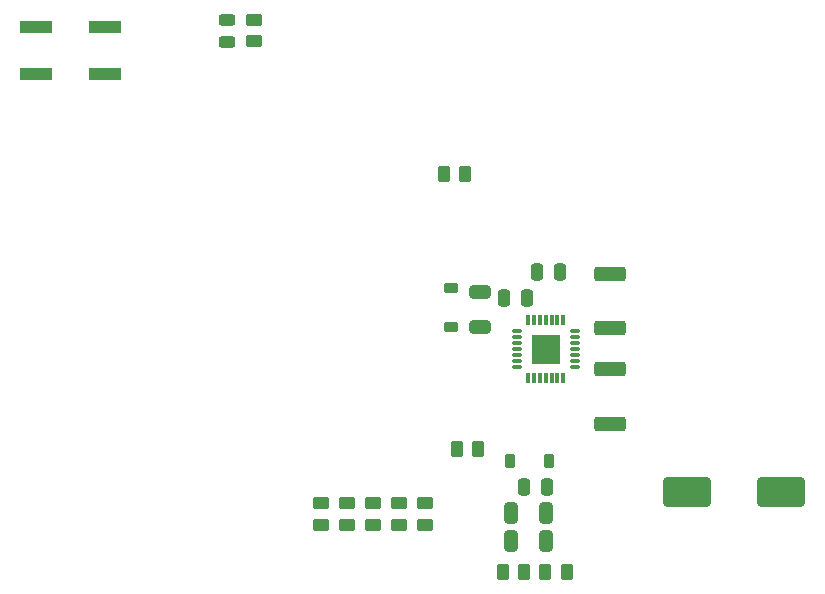
<source format=gbr>
%TF.GenerationSoftware,KiCad,Pcbnew,(7.0.0-0)*%
%TF.CreationDate,2023-04-23T15:23:44+02:00*%
%TF.ProjectId,tmc2209_devboard,746d6332-3230-4395-9f64-6576626f6172,rev?*%
%TF.SameCoordinates,Original*%
%TF.FileFunction,Paste,Top*%
%TF.FilePolarity,Positive*%
%FSLAX46Y46*%
G04 Gerber Fmt 4.6, Leading zero omitted, Abs format (unit mm)*
G04 Created by KiCad (PCBNEW (7.0.0-0)) date 2023-04-23 15:23:44*
%MOMM*%
%LPD*%
G01*
G04 APERTURE LIST*
G04 Aperture macros list*
%AMRoundRect*
0 Rectangle with rounded corners*
0 $1 Rounding radius*
0 $2 $3 $4 $5 $6 $7 $8 $9 X,Y pos of 4 corners*
0 Add a 4 corners polygon primitive as box body*
4,1,4,$2,$3,$4,$5,$6,$7,$8,$9,$2,$3,0*
0 Add four circle primitives for the rounded corners*
1,1,$1+$1,$2,$3*
1,1,$1+$1,$4,$5*
1,1,$1+$1,$6,$7*
1,1,$1+$1,$8,$9*
0 Add four rect primitives between the rounded corners*
20,1,$1+$1,$2,$3,$4,$5,0*
20,1,$1+$1,$4,$5,$6,$7,0*
20,1,$1+$1,$6,$7,$8,$9,0*
20,1,$1+$1,$8,$9,$2,$3,0*%
G04 Aperture macros list end*
%ADD10C,0.010000*%
%ADD11RoundRect,0.250000X0.450000X-0.262500X0.450000X0.262500X-0.450000X0.262500X-0.450000X-0.262500X0*%
%ADD12RoundRect,0.250000X-0.250000X-0.475000X0.250000X-0.475000X0.250000X0.475000X-0.250000X0.475000X0*%
%ADD13RoundRect,0.250000X0.262500X0.450000X-0.262500X0.450000X-0.262500X-0.450000X0.262500X-0.450000X0*%
%ADD14R,2.800000X1.000000*%
%ADD15RoundRect,0.250000X-1.750000X-1.000000X1.750000X-1.000000X1.750000X1.000000X-1.750000X1.000000X0*%
%ADD16RoundRect,0.225000X0.225000X0.375000X-0.225000X0.375000X-0.225000X-0.375000X0.225000X-0.375000X0*%
%ADD17RoundRect,0.250000X0.650000X-0.325000X0.650000X0.325000X-0.650000X0.325000X-0.650000X-0.325000X0*%
%ADD18RoundRect,0.250000X-0.262500X-0.450000X0.262500X-0.450000X0.262500X0.450000X-0.262500X0.450000X0*%
%ADD19RoundRect,0.250000X0.325000X0.650000X-0.325000X0.650000X-0.325000X-0.650000X0.325000X-0.650000X0*%
%ADD20RoundRect,0.250000X-1.075000X0.362500X-1.075000X-0.362500X1.075000X-0.362500X1.075000X0.362500X0*%
%ADD21RoundRect,0.008100X-0.126900X0.396900X-0.126900X-0.396900X0.126900X-0.396900X0.126900X0.396900X0*%
%ADD22RoundRect,0.027000X-0.378000X0.108000X-0.378000X-0.108000X0.378000X-0.108000X0.378000X0.108000X0*%
%ADD23RoundRect,0.250000X0.250000X0.475000X-0.250000X0.475000X-0.250000X-0.475000X0.250000X-0.475000X0*%
%ADD24RoundRect,0.243750X0.456250X-0.243750X0.456250X0.243750X-0.456250X0.243750X-0.456250X-0.243750X0*%
%ADD25RoundRect,0.225000X0.375000X-0.225000X0.375000X0.225000X-0.375000X0.225000X-0.375000X-0.225000X0*%
%ADD26RoundRect,0.250000X1.075000X-0.362500X1.075000X0.362500X-1.075000X0.362500X-1.075000X-0.362500X0*%
G04 APERTURE END LIST*
%TO.C,U1*%
G36*
X89502500Y-52920000D02*
G01*
X87162500Y-52920000D01*
X87162500Y-50580000D01*
X89502500Y-50580000D01*
X89502500Y-52920000D01*
G37*
D10*
X89502500Y-52920000D02*
X87162500Y-52920000D01*
X87162500Y-50580000D01*
X89502500Y-50580000D01*
X89502500Y-52920000D01*
%TD*%
D11*
%TO.C,R4*%
X63600000Y-25712500D03*
X63600000Y-23887500D03*
%TD*%
D12*
%TO.C,C1*%
X86525000Y-63400000D03*
X88425000Y-63400000D03*
%TD*%
D11*
%TO.C,R5*%
X69300000Y-66625000D03*
X69300000Y-64800000D03*
%TD*%
D13*
%TO.C,R1*%
X90112500Y-70600000D03*
X88287500Y-70600000D03*
%TD*%
D14*
%TO.C,SW1*%
X45199999Y-24499999D03*
X50999999Y-24499999D03*
X45199999Y-28499999D03*
X50999999Y-28499999D03*
%TD*%
D15*
%TO.C,C4*%
X108300000Y-63900000D03*
X100300000Y-63900000D03*
%TD*%
D11*
%TO.C,R9*%
X78100000Y-66625000D03*
X78100000Y-64800000D03*
%TD*%
D16*
%TO.C,D1*%
X88600000Y-61200000D03*
X85300000Y-61200000D03*
%TD*%
D13*
%TO.C,R13*%
X82612500Y-60200000D03*
X80787500Y-60200000D03*
%TD*%
D17*
%TO.C,C8*%
X82782500Y-49875000D03*
X82782500Y-46925000D03*
%TD*%
D18*
%TO.C,R10*%
X79687500Y-36900000D03*
X81512500Y-36900000D03*
%TD*%
D19*
%TO.C,C3*%
X88350000Y-68000000D03*
X85400000Y-68000000D03*
%TD*%
D20*
%TO.C,R12*%
X93817500Y-45375000D03*
X93817500Y-50000000D03*
%TD*%
D11*
%TO.C,R7*%
X73700000Y-66625000D03*
X73700000Y-64800000D03*
%TD*%
%TO.C,R6*%
X71500000Y-66625000D03*
X71500000Y-64800000D03*
%TD*%
D12*
%TO.C,C6*%
X87632500Y-45250000D03*
X89532500Y-45250000D03*
%TD*%
D21*
%TO.C,U1*%
X89832500Y-49300000D03*
X89332500Y-49300000D03*
X88832500Y-49300000D03*
X88332500Y-49300000D03*
X87832500Y-49300000D03*
X87332500Y-49300000D03*
X86832500Y-49300000D03*
D22*
X85882500Y-50250000D03*
X85882500Y-50750000D03*
X85882500Y-51250000D03*
X85882500Y-51750000D03*
X85882500Y-52250000D03*
X85882500Y-52750000D03*
X85882500Y-53250000D03*
D21*
X86832500Y-54200000D03*
X87332500Y-54200000D03*
X87832500Y-54200000D03*
X88332500Y-54200000D03*
X88832500Y-54200000D03*
X89332500Y-54200000D03*
X89832500Y-54200000D03*
D22*
X90782500Y-53250000D03*
X90782500Y-52750000D03*
X90782500Y-52250000D03*
X90782500Y-51750000D03*
X90782500Y-51250000D03*
X90782500Y-50750000D03*
X90782500Y-50250000D03*
%TD*%
D19*
%TO.C,C2*%
X88350000Y-65600000D03*
X85400000Y-65600000D03*
%TD*%
D23*
%TO.C,C7*%
X86750000Y-47400000D03*
X84850000Y-47400000D03*
%TD*%
D24*
%TO.C,D2*%
X61350000Y-25762500D03*
X61350000Y-23887500D03*
%TD*%
D11*
%TO.C,R8*%
X75900000Y-66625000D03*
X75900000Y-64800000D03*
%TD*%
D25*
%TO.C,D3*%
X80282500Y-49900000D03*
X80282500Y-46600000D03*
%TD*%
D13*
%TO.C,R2*%
X86537500Y-70600000D03*
X84712500Y-70600000D03*
%TD*%
D26*
%TO.C,R11*%
X93800000Y-58112500D03*
X93800000Y-53487500D03*
%TD*%
M02*

</source>
